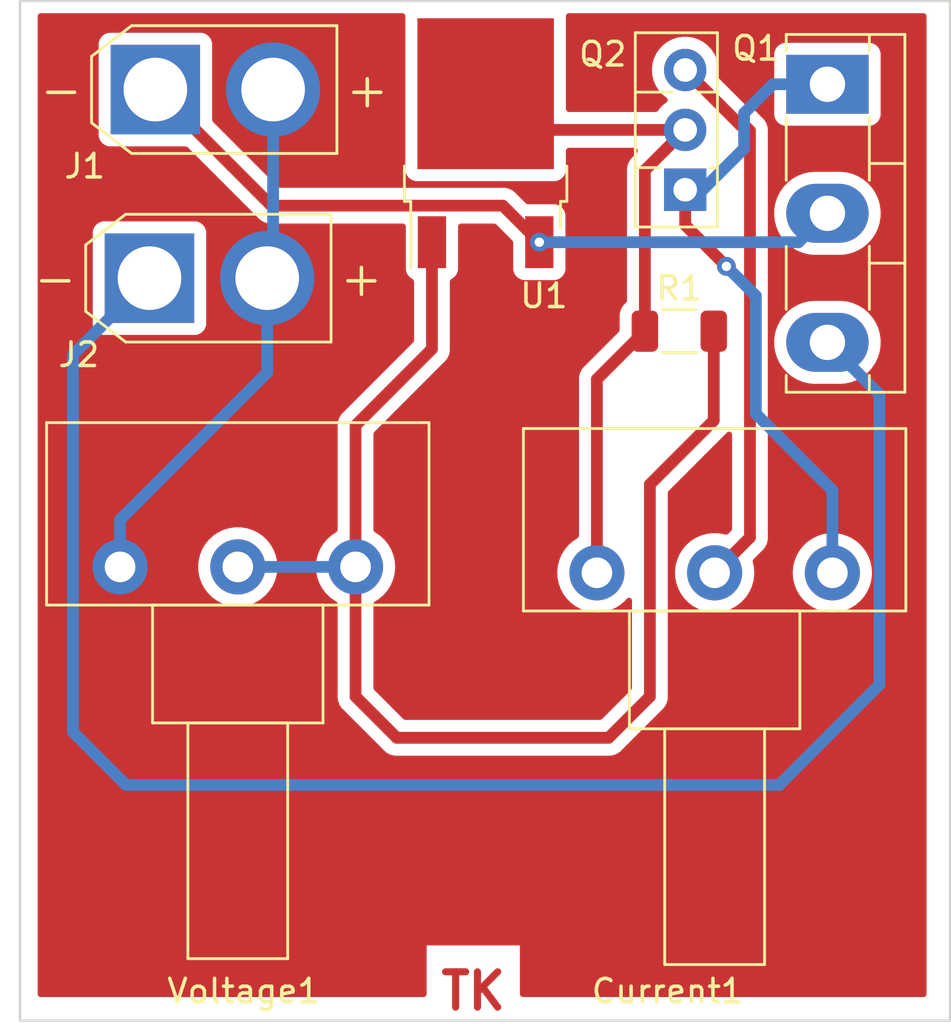
<source format=kicad_pcb>
(kicad_pcb (version 20211014) (generator pcbnew)
  (layers (0 "F.Cu" signal) (31 "B.Cu" signal) (34 "B.Paste" user) (35 "F.Paste" user) (36 "B.SilkS" user "B.Silkscreen") (37 "F.SilkS" user "F.Silkscreen") (38 "B.Mask" user) (39 "F.Mask" user) (44 "Edge.Cuts" user))
  (net 0 "")
  (net 1 "Net-(Current1-Pad1)")
  (net 2 "Net-(Current1-Pad2)")
  (net 3 "Net-(Current1-Pad3)")
  (net 4 "Net-(J1-Pad1)")
  (net 5 "GND")
  (net 6 "Net-(J2-Pad1)")
  (net 7 "Net-(R1-Pad2)")
  (footprint "Connector_AMASS:AMASS_XT30U-F_1x02_P5.0mm_Vertical" (layer "F.Cu") (at 166.5 104.5)
    (fp_text reference "J1" (at -3 3.25) (layer "F.SilkS"))
    (fp_text value "Conn_01x02_Female")
    (fp_text user "+" (at 9 0) (layer "F.SilkS") (effects (font (size 1.5 1.5))))
    (fp_text user "-" (at -4 0) (layer "F.SilkS") (effects (font (size 1.5 1.5))))
    (fp_line (start -1.01 2.71) (end 7.71 2.71) (layer "F.SilkS") (width 0.12))
    (fp_line (start -2.71 -1.41) (end -1.01 -2.71) (layer "F.SilkS") (width 0.12))
    (fp_line (start -2.71 1.41) (end -1.01 2.71) (layer "F.SilkS") (width 0.12))
    (fp_line (start -2.71 -1.41) (end -2.71 1.41) (layer "F.SilkS") (width 0.12))
    (fp_line (start -1.01 -2.71) (end 7.71 -2.71) (layer "F.SilkS") (width 0.12))
    (fp_line (start 7.71 -2.71) (end 7.71 2.71) (layer "F.SilkS") (width 0.12))
    (pad "1" thru_hole rect (at 0 0) (size 3.8 3.8) (drill 2.7) (layers *.Cu *.Mask) (net 4 "Net-(J1-Pad1)"))
    (pad "2" thru_hole circle (at 5 0) (size 4 4) (drill 2.7) (layers *.Cu *.Mask) (net 5 "GND"))
  )
  (footprint "Resistor_SMD:R_1206_3216Metric" (layer "F.Cu") (at 188.75 114.75)
    (fp_text reference "R1" (at 0 -1.82) (layer "F.SilkS"))
    (fp_text value "220R")
    (fp_line (start -0.727064 -0.91) (end 0.727064 -0.91) (layer "F.SilkS") (width 0.12))
    (fp_line (start -0.727064 0.91) (end 0.727064 0.91) (layer "F.SilkS") (width 0.12))
    (pad "1" smd roundrect (at -1.4625 0) (size 1.125 1.75) (layers "F.Cu" "F.Paste" "F.Mask") (roundrect_rratio 0.2222222222) (net 1 "Net-(Current1-Pad1)"))
    (pad "2" smd roundrect (at 1.4625 0) (size 1.125 1.75) (layers "F.Cu" "F.Paste" "F.Mask") (roundrect_rratio 0.2222222222) (net 7 "Net-(R1-Pad2)"))
  )
  (footprint "Connector_AMASS:AMASS_XT30U-F_1x02_P5.0mm_Vertical" (layer "F.Cu") (at 166.25 112.5)
    (fp_text reference "J2" (at -3 3.25) (layer "F.SilkS"))
    (fp_text value "Conn_01x02_Female")
    (fp_text user "+" (at 9 0) (layer "F.SilkS") (effects (font (size 1.5 1.5))))
    (fp_text user "-" (at -4 0) (layer "F.SilkS") (effects (font (size 1.5 1.5))))
    (fp_line (start 7.71 -2.71) (end 7.71 2.71) (layer "F.SilkS") (width 0.12))
    (fp_line (start -1.01 2.71) (end 7.71 2.71) (layer "F.SilkS") (width 0.12))
    (fp_line (start -2.71 1.41) (end -1.01 2.71) (layer "F.SilkS") (width 0.12))
    (fp_line (start -2.71 -1.41) (end -2.71 1.41) (layer "F.SilkS") (width 0.12))
    (fp_line (start -1.01 -2.71) (end 7.71 -2.71) (layer "F.SilkS") (width 0.12))
    (fp_line (start -2.71 -1.41) (end -1.01 -2.71) (layer "F.SilkS") (width 0.12))
    (pad "1" thru_hole rect (at 0 0) (size 3.8 3.8) (drill 2.7) (layers *.Cu *.Mask) (net 6 "Net-(J2-Pad1)"))
    (pad "2" thru_hole circle (at 5 0) (size 4 4) (drill 2.7) (layers *.Cu *.Mask) (net 5 "GND"))
  )
  (footprint "Package_TO_SOT_THT:TO-126-3_Vertical" (layer "F.Cu") (at 189 108.75 90)
    (fp_text reference "Q2" (at 5.75 -3.5 180) (layer "F.SilkS"))
    (fp_text value "BD139")
    (fp_line (start 4.141 -2.12) (end 4.141 -0.54) (layer "F.SilkS") (width 0.12))
    (fp_line (start -1.58 1.37) (end 6.66 1.37) (layer "F.SilkS") (width 0.12))
    (fp_line (start -1.58 -2.12) (end 6.66 -2.12) (layer "F.SilkS") (width 0.12))
    (fp_line (start 0.94 1.05) (end 0.94 1.37) (layer "F.SilkS") (width 0.12))
    (fp_line (start 6.66 -2.12) (end 6.66 1.37) (layer "F.SilkS") (width 0.12))
    (fp_line (start -1.58 -2.12) (end -1.58 1.37) (layer "F.SilkS") (width 0.12))
    (fp_line (start 0.94 -2.12) (end 0.94 -1.05) (layer "F.SilkS") (width 0.12))
    (fp_line (start 4.141 0.54) (end 4.141 1.37) (layer "F.SilkS") (width 0.12))
    (pad "1" thru_hole rect (at 0 0 90) (size 1.8 1.8) (drill 1) (layers *.Cu *.Mask) (net 3 "Net-(Current1-Pad3)"))
    (pad "2" thru_hole oval (at 2.54 0 90) (size 1.8 1.8) (drill 1) (layers *.Cu *.Mask) (net 1 "Net-(Current1-Pad1)"))
    (pad "3" thru_hole oval (at 5.08 0 90) (size 1.8 1.8) (drill 1) (layers *.Cu *.Mask) (net 2 "Net-(Current1-Pad2)"))
  )
  (footprint "Potentiometer_THT:Potentiometer_Piher_T-16H_Single_Horizontal" (layer "F.Cu") (at 185.25 125 -90)
    (fp_text reference "Current1" (at 17.75 -3 180) (layer "F.SilkS"))
    (fp_text value "10K")
    (fp_line (start 6.62 -8.62) (end 6.62 -1.38) (layer "F.SilkS") (width 0.12))
    (fp_line (start 6.62 -7.12) (end 16.62 -7.12) (layer "F.SilkS") (width 0.12))
    (fp_line (start 1.62 -8.62) (end 6.62 -8.62) (layer "F.SilkS") (width 0.12))
    (fp_line (start 1.62 -8.62) (end 1.62 -1.38) (layer "F.SilkS") (width 0.12))
    (fp_line (start -6.12 3.12) (end 1.62 3.12) (layer "F.SilkS") (width 0.12))
    (fp_line (start -6.12 -13.12) (end 1.62 -13.12) (layer "F.SilkS") (width 0.12))
    (fp_line (start 6.62 -2.88) (end 16.62 -2.88) (layer "F.SilkS") (width 0.12))
    (fp_line (start 1.62 -13.12) (end 1.62 3.12) (layer "F.SilkS") (width 0.12))
    (fp_line (start 16.62 -7.12) (end 16.62 -2.88) (layer "F.SilkS") (width 0.12))
    (fp_line (start 1.62 -1.38) (end 6.62 -1.38) (layer "F.SilkS") (width 0.12))
    (fp_line (start 6.62 -7.12) (end 6.62 -2.88) (layer "F.SilkS") (width 0.12))
    (fp_line (start -6.12 -13.12) (end -6.12 3.12) (layer "F.SilkS") (width 0.12))
    (pad "1" thru_hole circle (at 0 0 270) (size 2.34 2.34) (drill 1.3) (layers *.Cu *.Mask) (net 1 "Net-(Current1-Pad1)"))
    (pad "2" thru_hole circle (at 0 -5 270) (size 2.34 2.34) (drill 1.3) (layers *.Cu *.Mask) (net 2 "Net-(Current1-Pad2)"))
    (pad "3" thru_hole circle (at 0 -10 270) (size 2.34 2.34) (drill 1.3) (layers *.Cu *.Mask) (net 3 "Net-(Current1-Pad3)"))
  )
  (footprint "Potentiometer_THT:Potentiometer_Piher_T-16H_Single_Horizontal" (layer "F.Cu") (at 165 124.75 -90)
    (fp_text reference "Voltage1" (at 18 -5.25 180) (layer "F.SilkS"))
    (fp_text value "5K")
    (fp_line (start 6.62 -8.62) (end 6.62 -1.38) (layer "F.SilkS") (width 0.12))
    (fp_line (start 1.62 -8.62) (end 6.62 -8.62) (layer "F.SilkS") (width 0.12))
    (fp_line (start 1.62 -1.38) (end 6.62 -1.38) (layer "F.SilkS") (width 0.12))
    (fp_line (start -6.12 -13.12) (end 1.62 -13.12) (layer "F.SilkS") (width 0.12))
    (fp_line (start 6.62 -7.12) (end 16.62 -7.12) (layer "F.SilkS") (width 0.12))
    (fp_line (start 16.62 -7.12) (end 16.62 -2.88) (layer "F.SilkS") (width 0.12))
    (fp_line (start -6.12 3.12) (end 1.62 3.12) (layer "F.SilkS") (width 0.12))
    (fp_line (start -6.12 -13.12) (end -6.12 3.12) (layer "F.SilkS") (width 0.12))
    (fp_line (start 1.62 -13.12) (end 1.62 3.12) (layer "F.SilkS") (width 0.12))
    (fp_line (start 6.62 -7.12) (end 6.62 -2.88) (layer "F.SilkS") (width 0.12))
    (fp_line (start 1.62 -8.62) (end 1.62 -1.38) (layer "F.SilkS") (width 0.12))
    (fp_line (start 6.62 -2.88) (end 16.62 -2.88) (layer "F.SilkS") (width 0.12))
    (pad "1" thru_hole circle (at 0 0 270) (size 2.34 2.34) (drill 1.3) (layers *.Cu *.Mask) (net 5 "GND"))
    (pad "2" thru_hole circle (at 0 -5 270) (size 2.34 2.34) (drill 1.3) (layers *.Cu *.Mask) (net 7 "Net-(R1-Pad2)"))
    (pad "3" thru_hole circle (at 0 -10 270) (size 2.34 2.34) (drill 1.3) (layers *.Cu *.Mask) (net 7 "Net-(R1-Pad2)"))
  )
  (footprint "Package_TO_SOT_SMD:TO-252-2" (layer "F.Cu") (at 180.525 106.775 90)
    (fp_text reference "U1" (at -6.475 2.475 180) (layer "F.SilkS"))
    (fp_text value "LM317_TO-252")
    (fp_line (start -0.97 3.45) (end -2.47 3.45) (layer "F.SilkS") (width 0.12))
    (fp_line (start -0.97 -3.45) (end -2.47 -3.45) (layer "F.SilkS") (width 0.12))
    (fp_line (start -2.47 3.18) (end -3.57 3.18) (layer "F.SilkS") (width 0.12))
    (fp_line (start -2.47 -3.18) (end -5.3 -3.18) (layer "F.SilkS") (width 0.12))
    (fp_line (start -2.47 3.45) (end -2.47 3.18) (layer "F.SilkS") (width 0.12))
    (fp_line (start -2.47 -3.45) (end -2.47 -3.18) (layer "F.SilkS") (width 0.12))
    (pad "1" smd rect (at -4.2 -2.28 90) (size 2.2 1.2) (layers "F.Cu" "F.Paste" "F.Mask") (net 7 "Net-(R1-Pad2)"))
    (pad "2" smd rect (at 2.1 0 90) (size 6.4 5.8) (layers "F.Cu" "F.Mask") (net 1 "Net-(Current1-Pad1)"))
    (pad "3" smd rect (at -4.2 2.28 90) (size 2.2 1.2) (layers "F.Cu" "F.Paste" "F.Mask") (net 4 "Net-(J1-Pad1)"))
  )
  (footprint "Package_TO_SOT_THT:TO-218-3_Vertical" (layer "F.Cu") (at 195.04 104.275 -90)
    (fp_text reference "Q1" (at -1.525 3.04 180) (layer "F.SilkS"))
    (fp_text value "TIP3055")
    (fp_line (start -2.115 -3.29) (end 13.065 -3.29) (layer "F.SilkS") (width 0.12))
    (fp_line (start 13.065 -3.29) (end 13.065 1.75) (layer "F.SilkS") (width 0.12))
    (fp_line (start 1.4 1.75) (end 4.075 1.75) (layer "F.SilkS") (width 0.12))
    (fp_line (start 1.4 -1.78) (end 4.075 -1.78) (layer "F.SilkS") (width 0.12))
    (fp_line (start 7.59 -3.29) (end 7.59 -1.78) (layer "F.SilkS") (width 0.12))
    (fp_line (start 12.35 1.75) (end 13.065 1.75) (layer "F.SilkS") (width 0.12))
    (fp_line (start 6.875 -1.78) (end 9.55 -1.78) (layer "F.SilkS") (width 0.12))
    (fp_line (start -2.115 1.75) (end -1.4 1.75) (layer "F.SilkS") (width 0.12))
    (fp_line (start -2.115 -3.29) (end -2.115 1.75) (layer "F.SilkS") (width 0.12))
    (fp_line (start -2.115 -1.78) (end -1.4 -1.78) (layer "F.SilkS") (width 0.12))
    (fp_line (start 12.35 -1.78) (end 13.065 -1.78) (layer "F.SilkS") (width 0.12))
    (fp_line (start 6.875 1.75) (end 9.55 1.75) (layer "F.SilkS") (width 0.12))
    (fp_line (start 3.36 -3.29) (end 3.36 -1.78) (layer "F.SilkS") (width 0.12))
    (pad "1" thru_hole rect (at 0 0 270) (size 2.5 3.5) (drill 1.5) (layers *.Cu *.Mask) (net 3 "Net-(Current1-Pad3)"))
    (pad "2" thru_hole oval (at 5.475 0 270) (size 2.5 3.5) (drill 1.5) (layers *.Cu *.Mask) (net 4 "Net-(J1-Pad1)"))
    (pad "3" thru_hole oval (at 10.95 0 270) (size 2.5 3.5) (drill 1.5) (layers *.Cu *.Mask) (net 6 "Net-(J2-Pad1)"))
  )
  (gr_poly (pts (xy 200.25 144) (xy 160.75 144) (xy 160.75 100.75) (xy 200.25 100.75)) (layer "Edge.Cuts") (width 0.1) (fill none))
  (gr_text "TK\n" (at 180 142.75) (layer "F.Cu") (effects (font (size 1.5 1.5) (thickness 0.3))))
  (segment (start 189 106.21) (end 187.2875 107.9225) (width 0.5) (layer "F.Cu") (net 1))
  (segment (start 187.2875 107.9225) (end 187.2875 114.75) (width 0.5) (layer "F.Cu") (net 1))
  (segment (start 189 106.21) (end 182.06 106.21) (width 0.5) (layer "F.Cu") (net 1))
  (segment (start 182.06 106.21) (end 180.525 104.675) (width 0.5) (layer "F.Cu") (net 1))
  (segment (start 185.25 116.7875) (end 185.25 125) (width 0.5) (layer "F.Cu") (net 1))
  (segment (start 187.2875 114.75) (end 185.25 116.7875) (width 0.5) (layer "F.Cu") (net 1))
  (segment (start 191.75 106.25) (end 191.75 123.5) (width 0.5) (layer "F.Cu") (net 2))
  (segment (start 191.75 123.5) (end 190.25 125) (width 0.5) (layer "F.Cu") (net 2))
  (segment (start 191.33 106) (end 191.5 106) (width 0.5) (layer "F.Cu") (net 2))
  (segment (start 191.5 106) (end 191.75 106.25) (width 0.5) (layer "F.Cu") (net 2))
  (segment (start 189 103.67) (end 191.33 106) (width 0.5) (layer "F.Cu") (net 2))
  (segment (start 189 108.75) (end 189 110.25) (width 0.5) (layer "F.Cu") (net 3))
  (segment (start 189 110.25) (end 190.75 112) (width 0.5) (layer "F.Cu") (net 3))
  (via (at 190.75 112) (size 0.8) (drill 0.4) (layers "F.Cu" "B.Cu") (net 3))
  (segment (start 189.75 108.75) (end 189 108.75) (width 0.5) (layer "B.Cu") (net 3))
  (segment (start 195.04 104.275) (end 192.725 104.275) (width 0.5) (layer "B.Cu") (net 3))
  (segment (start 192 113.25) (end 192 118.25) (width 0.5) (layer "B.Cu") (net 3))
  (segment (start 191.5 107) (end 189.75 108.75) (width 0.5) (layer "B.Cu") (net 3))
  (segment (start 195.25 121.5) (end 195.25 125) (width 0.5) (layer "B.Cu") (net 3))
  (segment (start 191.5 105.5) (end 191.5 107) (width 0.5) (layer "B.Cu") (net 3))
  (segment (start 192 118.25) (end 195.25 121.5) (width 0.5) (layer "B.Cu") (net 3))
  (segment (start 192.725 104.275) (end 191.5 105.5) (width 0.5) (layer "B.Cu") (net 3))
  (segment (start 190.75 112) (end 192 113.25) (width 0.5) (layer "B.Cu") (net 3))
  (segment (start 171.425 109.425) (end 166.5 104.5) (width 0.5) (layer "F.Cu") (net 4))
  (segment (start 181.255 109.425) (end 171.425 109.425) (width 0.5) (layer "F.Cu") (net 4))
  (segment (start 182.805 110.975) (end 181.255 109.425) (width 0.5) (layer "F.Cu") (net 4))
  (via (at 182.805 110.975) (size 0.8) (drill 0.4) (layers "F.Cu" "B.Cu") (net 4))
  (segment (start 193.815 110.975) (end 182.805 110.975) (width 0.5) (layer "B.Cu") (net 4))
  (segment (start 195.04 109.75) (end 193.815 110.975) (width 0.5) (layer "B.Cu") (net 4))
  (segment (start 165 122.75) (end 165 124.75) (width 0.5) (layer "B.Cu") (net 5))
  (segment (start 171.25 112.5) (end 171.25 116.5) (width 0.5) (layer "B.Cu") (net 5))
  (segment (start 171.5 104.5) (end 171.5 112.25) (width 0.5) (layer "B.Cu") (net 5))
  (segment (start 171.5 112.25) (end 171.25 112.5) (width 0.5) (layer "B.Cu") (net 5))
  (segment (start 171.25 116.5) (end 165 122.75) (width 0.5) (layer "B.Cu") (net 5))
  (segment (start 165.25 134) (end 193 134) (width 0.5) (layer "B.Cu") (net 6))
  (segment (start 163 115.75) (end 163 131.75) (width 0.5) (layer "B.Cu") (net 6))
  (segment (start 166.25 112.5) (end 163 115.75) (width 0.5) (layer "B.Cu") (net 6))
  (segment (start 193 134) (end 197.25 129.75) (width 0.5) (layer "B.Cu") (net 6))
  (segment (start 197.25 129.75) (end 197.25 117.435) (width 0.5) (layer "B.Cu") (net 6))
  (segment (start 197.25 117.435) (end 195.04 115.225) (width 0.5) (layer "B.Cu") (net 6))
  (segment (start 163 131.75) (end 165.25 134) (width 0.5) (layer "B.Cu") (net 6))
  (segment (start 178.245 115.505) (end 178.245 110.975) (width 0.5) (layer "F.Cu") (net 7))
  (segment (start 187.5 130.25) (end 185.75 132) (width 0.5) (layer "F.Cu") (net 7))
  (segment (start 185.75 132) (end 176.75 132) (width 0.5) (layer "F.Cu") (net 7))
  (segment (start 190.2125 118.5375) (end 187.5 121.25) (width 0.5) (layer "F.Cu") (net 7))
  (segment (start 190.2125 114.75) (end 190.2125 118.5375) (width 0.5) (layer "F.Cu") (net 7))
  (segment (start 175 130.25) (end 175 124.75) (width 0.5) (layer "F.Cu") (net 7))
  (segment (start 175 124.75) (end 175 118.75) (width 0.5) (layer "F.Cu") (net 7))
  (segment (start 175 118.75) (end 178.245 115.505) (width 0.5) (layer "F.Cu") (net 7))
  (segment (start 176.75 132) (end 175 130.25) (width 0.5) (layer "F.Cu") (net 7))
  (segment (start 187.5 121.25) (end 187.5 130.25) (width 0.5) (layer "F.Cu") (net 7))
  (segment (start 170 124.75) (end 175 124.75) (width 0.5) (layer "B.Cu") (net 7))
  (zone (net 5) (net_name "GND") (layer "F.Cu") (connect_pads yes (clearance 0.508)) (min_thickness 0.254) (fill yes (thermal_gap 0.508) (thermal_bridge_width 0.508))
    (polygon (pts (xy 199.25 143) (xy 161.5 143) (xy 161.5 101.25) (xy 199.25 101.25)))
  )
)
</source>
